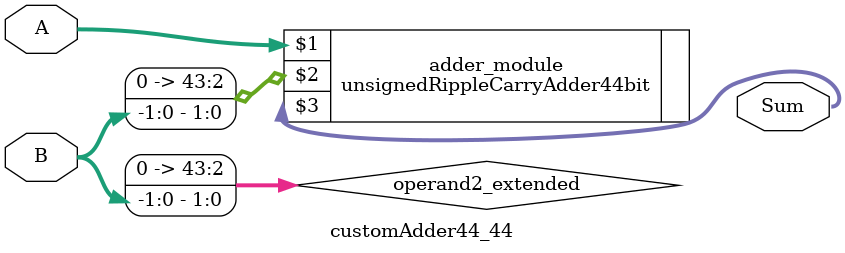
<source format=v>
module customAdder44_44(
                        input [43 : 0] A,
                        input [-1 : 0] B,
                        
                        output [44 : 0] Sum
                );

        wire [43 : 0] operand2_extended;
        
        assign operand2_extended =  {44'b0, B};
        
        unsignedRippleCarryAdder44bit adder_module(
            A,
            operand2_extended,
            Sum
        );
        
        endmodule
        
</source>
